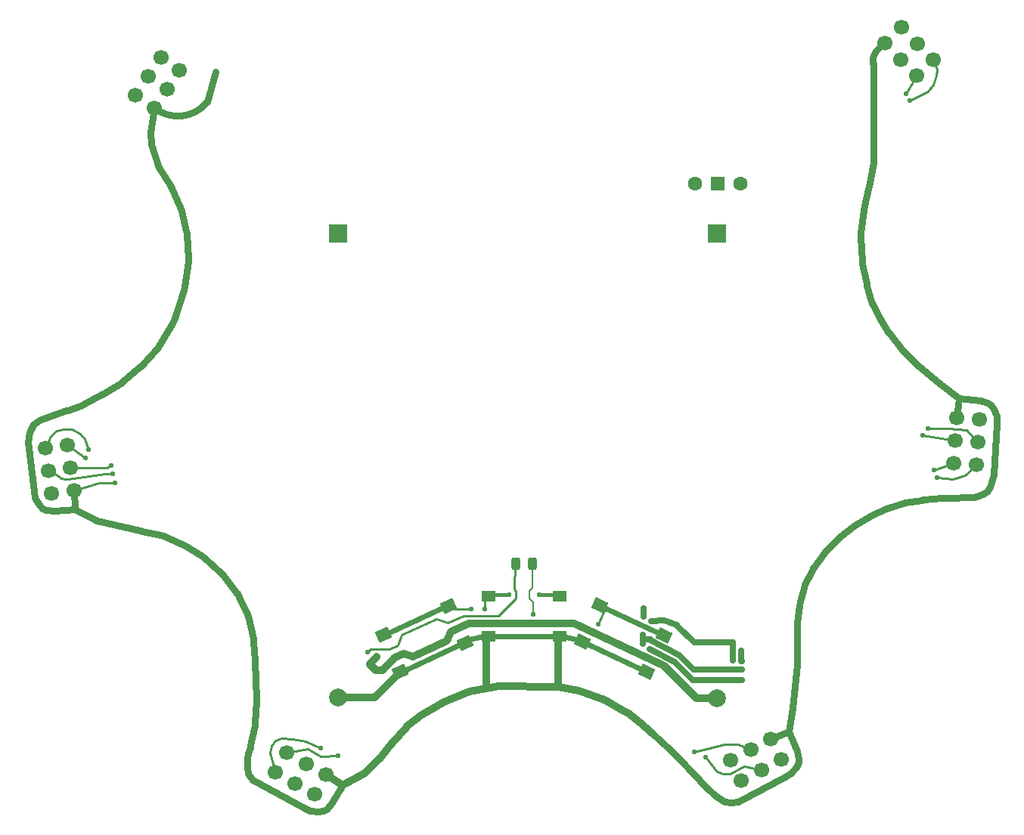
<source format=gbr>
%TF.GenerationSoftware,KiCad,Pcbnew,8.0.6*%
%TF.CreationDate,2024-10-30T16:41:27+09:00*%
%TF.ProjectId,badge24,62616467-6532-4342-9e6b-696361645f70,A*%
%TF.SameCoordinates,Original*%
%TF.FileFunction,Copper,L1,Top*%
%TF.FilePolarity,Positive*%
%FSLAX46Y46*%
G04 Gerber Fmt 4.6, Leading zero omitted, Abs format (unit mm)*
G04 Created by KiCad (PCBNEW 8.0.6) date 2024-10-30 16:41:27*
%MOMM*%
%LPD*%
G01*
G04 APERTURE LIST*
G04 Aperture macros list*
%AMRoundRect*
0 Rectangle with rounded corners*
0 $1 Rounding radius*
0 $2 $3 $4 $5 $6 $7 $8 $9 X,Y pos of 4 corners*
0 Add a 4 corners polygon primitive as box body*
4,1,4,$2,$3,$4,$5,$6,$7,$8,$9,$2,$3,0*
0 Add four circle primitives for the rounded corners*
1,1,$1+$1,$2,$3*
1,1,$1+$1,$4,$5*
1,1,$1+$1,$6,$7*
1,1,$1+$1,$8,$9*
0 Add four rect primitives between the rounded corners*
20,1,$1+$1,$2,$3,$4,$5,0*
20,1,$1+$1,$4,$5,$6,$7,0*
20,1,$1+$1,$6,$7,$8,$9,0*
20,1,$1+$1,$8,$9,$2,$3,0*%
%AMHorizOval*
0 Thick line with rounded ends*
0 $1 width*
0 $2 $3 position (X,Y) of the first rounded end (center of the circle)*
0 $4 $5 position (X,Y) of the second rounded end (center of the circle)*
0 Add line between two ends*
20,1,$1,$2,$3,$4,$5,0*
0 Add two circle primitives to create the rounded ends*
1,1,$1,$2,$3*
1,1,$1,$4,$5*%
%AMRotRect*
0 Rectangle, with rotation*
0 The origin of the aperture is its center*
0 $1 length*
0 $2 width*
0 $3 Rotation angle, in degrees counterclockwise*
0 Add horizontal line*
21,1,$1,$2,0,0,$3*%
G04 Aperture macros list end*
%TA.AperFunction,ComponentPad*%
%ADD10HorizOval,1.700000X0.000000X0.000000X0.000000X0.000000X0*%
%TD*%
%TA.AperFunction,ComponentPad*%
%ADD11HorizOval,1.700000X0.000000X0.000000X0.000000X0.000000X0*%
%TD*%
%TA.AperFunction,SMDPad,CuDef*%
%ADD12RotRect,1.550000X1.300000X335.000000*%
%TD*%
%TA.AperFunction,ComponentPad*%
%ADD13HorizOval,1.700000X0.000000X0.000000X0.000000X0.000000X0*%
%TD*%
%TA.AperFunction,ComponentPad*%
%ADD14HorizOval,1.700000X0.000000X0.000000X0.000000X0.000000X0*%
%TD*%
%TA.AperFunction,ComponentPad*%
%ADD15HorizOval,1.700000X0.000000X0.000000X0.000000X0.000000X0*%
%TD*%
%TA.AperFunction,SMDPad,CuDef*%
%ADD16RoundRect,0.243750X-0.243750X-0.456250X0.243750X-0.456250X0.243750X0.456250X-0.243750X0.456250X0*%
%TD*%
%TA.AperFunction,SMDPad,CuDef*%
%ADD17R,1.550000X1.300000*%
%TD*%
%TA.AperFunction,SMDPad,CuDef*%
%ADD18RotRect,1.550000X1.300000X204.000000*%
%TD*%
%TA.AperFunction,ComponentPad*%
%ADD19HorizOval,1.700000X0.000000X0.000000X0.000000X0.000000X0*%
%TD*%
%TA.AperFunction,ComponentPad*%
%ADD20R,2.000000X2.000000*%
%TD*%
%TA.AperFunction,ComponentPad*%
%ADD21C,2.000000*%
%TD*%
%TA.AperFunction,ComponentPad*%
%ADD22R,1.500000X1.500000*%
%TD*%
%TA.AperFunction,ComponentPad*%
%ADD23C,1.600000*%
%TD*%
%TA.AperFunction,ViaPad*%
%ADD24C,0.584200*%
%TD*%
%TA.AperFunction,Conductor*%
%ADD25C,0.203200*%
%TD*%
%TA.AperFunction,Conductor*%
%ADD26C,0.838200*%
%TD*%
%TA.AperFunction,Conductor*%
%ADD27C,0.762000*%
%TD*%
%TA.AperFunction,Conductor*%
%ADD28C,0.558800*%
%TD*%
%TA.AperFunction,Conductor*%
%ADD29C,0.787400*%
%TD*%
%TA.AperFunction,Conductor*%
%ADD30C,0.228600*%
%TD*%
%TA.AperFunction,Conductor*%
%ADD31C,0.812800*%
%TD*%
%TA.AperFunction,Conductor*%
%ADD32C,0.406400*%
%TD*%
%TA.AperFunction,Conductor*%
%ADD33C,0.660000*%
%TD*%
%TA.AperFunction,Conductor*%
%ADD34C,0.660400*%
%TD*%
G04 APERTURE END LIST*
D10*
%TO.P,J1,1*%
%TO.N,/S1P1*%
X109274590Y-58598420D03*
%TO.P,J1,2*%
%TO.N,/S1P2*%
X111380345Y-60018770D03*
%TO.P,J1,3*%
%TO.N,/SDA0*%
X107854240Y-60704175D03*
%TO.P,J1,4*%
%TO.N,/SCL0*%
X109959996Y-62124525D03*
%TO.P,J1,5*%
%TO.N,VDD*%
X106433890Y-62809931D03*
%TO.P,J1,6*%
%TO.N,GND*%
X108539645Y-64230281D03*
%TD*%
D11*
%TO.P,J6,1*%
%TO.N,/S6P1*%
X195730960Y-58872730D03*
%TO.P,J6,2*%
%TO.N,/S6P2*%
X193903837Y-60637162D03*
%TO.P,J6,3*%
%TO.N,/SDA1*%
X193966528Y-57045607D03*
%TO.P,J6,4*%
%TO.N,/SCL1*%
X192139405Y-58810040D03*
%TO.P,J6,5*%
%TO.N,VDD*%
X192202095Y-55218484D03*
%TO.P,J6,6*%
%TO.N,GND*%
X190374972Y-56982916D03*
%TD*%
D12*
%TO.P,SW33,1,1*%
%TO.N,/SW3*%
X158388736Y-119961507D03*
X165602947Y-123325549D03*
%TO.P,SW33,2,2*%
%TO.N,GND*%
X156486953Y-124039891D03*
X163701164Y-127403933D03*
%TD*%
D13*
%TO.P,J5,1*%
%TO.N,/S5P1*%
X200587220Y-104218790D03*
%TO.P,J5,2*%
%TO.N,/S252*%
X198053407Y-104041609D03*
%TO.P,J5,3*%
%TO.N,/SDA1*%
X200764401Y-101684977D03*
%TO.P,J5,4*%
%TO.N,/SCL1*%
X198230589Y-101507797D03*
%TO.P,J5,5*%
%TO.N,VDD*%
X200941583Y-99151165D03*
%TO.P,J5,6*%
%TO.N,GND*%
X198407770Y-98973983D03*
%TD*%
D14*
%TO.P,J2,1*%
%TO.N,/S2P1*%
X96324750Y-102384890D03*
%TO.P,J2,2*%
%TO.N,/S2P2*%
X98840031Y-102031390D03*
%TO.P,J2,3*%
%TO.N,/SDA0*%
X96678250Y-104900171D03*
%TO.P,J2,4*%
%TO.N,/SCL0*%
X99193530Y-104546670D03*
%TO.P,J2,5*%
%TO.N,VDD*%
X97031749Y-107415452D03*
%TO.P,J2,6*%
%TO.N,GND*%
X99547030Y-107061952D03*
%TD*%
D15*
%TO.P,J4,1*%
%TO.N,/S4P1*%
X174293270Y-139601920D03*
%TO.P,J4,2*%
%TO.N,/S4P2*%
X173100812Y-137359233D03*
%TO.P,J4,3*%
%TO.N,/SDA1*%
X176535957Y-138409462D03*
%TO.P,J4,4*%
%TO.N,/SCL1*%
X175343498Y-136166776D03*
%TO.P,J4,5*%
%TO.N,VDD*%
X178778644Y-137217004D03*
%TO.P,J4,6*%
%TO.N,GND*%
X177586186Y-134974318D03*
%TD*%
D16*
%TO.P,LD1,1,K*%
%TO.N,Net-(LD1-K)*%
X149004540Y-115288750D03*
%TO.P,LD1,2,A*%
%TO.N,VDD*%
X150879540Y-115288750D03*
%TD*%
D17*
%TO.P,SW22,1,1*%
%TO.N,GND*%
X153922049Y-123482370D03*
X145962050Y-123482370D03*
%TO.P,SW22,2,2*%
%TO.N,/SW2*%
X153922050Y-118982370D03*
X145962051Y-118982370D03*
%TD*%
D18*
%TO.P,SW11,1,1*%
%TO.N,GND*%
X143314017Y-124170186D03*
X136042197Y-127407809D03*
%TO.P,SW11,2,2*%
%TO.N,/SW1*%
X141483703Y-120059231D03*
X134211883Y-123296854D03*
%TD*%
D19*
%TO.P,J3,1*%
%TO.N,/S3P1*%
X122098130Y-138717100D03*
%TO.P,J3,2*%
%TO.N,/S3P2*%
X123329546Y-136495566D03*
%TO.P,J3,3*%
%TO.N,/SDA0*%
X124319664Y-139948516D03*
%TO.P,J3,4*%
%TO.N,/SCL0*%
X125551080Y-137726982D03*
%TO.P,J3,5*%
%TO.N,VDD*%
X126541198Y-141179933D03*
%TO.P,J3,6*%
%TO.N,GND*%
X127772615Y-138958399D03*
%TD*%
D20*
%TO.P,BT1,1,+*%
%TO.N,Net-(BT1-+)*%
X129086250Y-78343570D03*
D21*
%TO.P,BT1,2,-*%
%TO.N,GND*%
X129086250Y-130333570D03*
%TD*%
D20*
%TO.P,BT2,1,+*%
%TO.N,Net-(BT2-+)*%
X171534600Y-78358710D03*
D21*
%TO.P,BT2,2,-*%
%TO.N,Net-(BT1-+)*%
X171534600Y-130348710D03*
%TD*%
D22*
%TO.P,S1,1,C*%
%TO.N,Net-(M1-VBUS)*%
X171608250Y-72769170D03*
D23*
%TO.P,S1,2,A*%
%TO.N,Net-(BT2-+)*%
X169068250Y-72769170D03*
%TO.P,S1,3,B*%
%TO.N,Net-(J99-Pin_1)*%
X174148250Y-72769170D03*
%TD*%
D24*
%TO.N,VDD*%
X151009250Y-120954370D03*
%TO.N,GND*%
X189032650Y-61262970D03*
X115423450Y-60221570D03*
X151136250Y-123443570D03*
X158171650Y-124813770D03*
X189032650Y-60247800D03*
X148595850Y-123442170D03*
X189032650Y-62278970D03*
X114483650Y-63599770D03*
X104186250Y-106218570D03*
X189032650Y-63294970D03*
X114839250Y-62482170D03*
X115144050Y-61415370D03*
%TO.N,/SCL0*%
X103711250Y-104318570D03*
%TO.N,/SDA0*%
X103911250Y-105243570D03*
%TO.N,/S2P1*%
X101148650Y-102512570D03*
%TO.N,/S2P2*%
X100869250Y-103503170D03*
%TO.N,/S3P2*%
X129114050Y-136827970D03*
%TO.N,/S3P1*%
X127209050Y-136015170D03*
%TO.N,/SCL1*%
X168966650Y-136421570D03*
X194569811Y-100937797D03*
%TO.N,/SDA1*%
X195154011Y-100150397D03*
X170262050Y-136954970D03*
%TO.N,/S252*%
X195814450Y-104849370D03*
%TO.N,/S5P1*%
X196220850Y-105687570D03*
%TO.N,/S6P2*%
X192690250Y-62659970D03*
%TO.N,/S6P1*%
X193172850Y-63396570D03*
%TO.N,/SW1*%
X143998450Y-120368770D03*
%TO.N,/SW2*%
X148291050Y-118804560D03*
X145547850Y-120368770D03*
X151643850Y-118804560D03*
%TO.N,/SW3*%
X158273250Y-122095970D03*
%TO.N,Net-(BT1-+)*%
X133457450Y-125753570D03*
X133482850Y-127252170D03*
X132670050Y-126540970D03*
%TO.N,Net-(M1-VBUS)*%
X174336250Y-128343570D03*
X164089850Y-124940770D03*
%TO.N,Net-(M1-VSYS)*%
X164064450Y-123797770D03*
X163251650Y-123264370D03*
X174286250Y-125093570D03*
X174300650Y-127193570D03*
X174300650Y-126210770D03*
X163251650Y-124280370D03*
%TO.N,Net-(JP1-B)*%
X164115250Y-121714970D03*
X173336250Y-126125570D03*
X173336250Y-125109570D03*
X173336250Y-124093570D03*
X163327850Y-121283170D03*
X163327850Y-120317970D03*
%TO.N,Net-(LD1-K)*%
X132466850Y-125194770D03*
%TD*%
D25*
%TO.N,VDD*%
X150561250Y-118368570D02*
X150879540Y-118050280D01*
X150561250Y-119193570D02*
X150561250Y-118368570D01*
X150879540Y-118050280D02*
X150879540Y-115288750D01*
X151009250Y-119641570D02*
X150561250Y-119193570D01*
X151009250Y-120954370D02*
X151009250Y-119641570D01*
D26*
%TO.N,GND*%
X140580200Y-131046920D02*
X140967400Y-130817820D01*
D27*
X179865750Y-138779980D02*
X180442760Y-138091710D01*
D26*
X146664100Y-129100020D02*
X147112800Y-129072720D01*
D27*
X188092850Y-75207570D02*
X188321450Y-74064570D01*
X111887500Y-84675220D02*
X111968600Y-84262820D01*
X108133650Y-66952570D02*
X108235250Y-68324170D01*
X188753250Y-72261170D02*
X189032650Y-70330770D01*
X119800800Y-133342820D02*
X119820300Y-133137920D01*
X190890900Y-89600020D02*
X192310300Y-91342520D01*
X100473200Y-97511620D02*
X100792600Y-97378520D01*
X127818650Y-142796970D02*
X128428250Y-142111170D01*
X180494000Y-124264820D02*
X180518400Y-126672620D01*
X119895800Y-128311420D02*
X119895900Y-128324820D01*
D26*
X156596300Y-129667120D02*
X158684100Y-130466520D01*
D27*
X182355800Y-115739220D02*
X182376500Y-115711220D01*
X111469700Y-112993520D02*
X111814600Y-113159020D01*
X95055420Y-107162470D02*
X95206550Y-107978330D01*
X190705900Y-89322320D02*
X190890900Y-89600020D01*
X182315900Y-115796120D02*
X182329000Y-115776820D01*
X119560820Y-139492810D02*
X125278650Y-142695370D01*
X202212430Y-97569460D02*
X202519190Y-97986910D01*
X187129600Y-110889520D02*
X188556200Y-110025320D01*
D26*
X135022400Y-135571620D02*
X135180100Y-135373320D01*
D27*
X180442760Y-138091710D02*
X180659150Y-137621010D01*
X106899500Y-93321220D02*
X107121000Y-93116220D01*
X118961200Y-137084620D02*
X119050000Y-136591620D01*
D28*
X143135900Y-123980650D02*
X145738830Y-123380750D01*
D27*
X118928650Y-138072570D02*
X119055650Y-138834570D01*
X182331300Y-115773620D02*
X182355800Y-115739220D01*
X188556200Y-110025320D02*
X188827000Y-109874620D01*
X119820300Y-133137920D02*
X119946900Y-130701220D01*
X168730700Y-138666820D02*
X169564700Y-139526320D01*
D26*
X138359650Y-132357570D02*
X140580200Y-131046920D01*
D27*
X98700500Y-98168420D02*
X98868500Y-98107420D01*
X126033670Y-143039520D02*
X126929650Y-143101770D01*
X95001850Y-99743970D02*
X95713600Y-99192820D01*
X187804200Y-81741320D02*
X188268400Y-83922920D01*
D29*
X166273400Y-136134020D02*
X167619900Y-137531420D01*
D26*
X147112800Y-129072720D02*
X153305700Y-129079620D01*
D27*
X105114300Y-94863820D02*
X106899500Y-93321220D01*
X179976470Y-131473710D02*
X180518600Y-126702620D01*
X188268400Y-83922920D02*
X188332500Y-84149220D01*
X198407770Y-98974010D02*
X198654220Y-96790430D01*
X182175600Y-116045920D02*
X182315900Y-115796120D01*
X180493900Y-124251320D02*
X180493900Y-124217120D01*
X112184600Y-78203020D02*
X112185900Y-78210920D01*
X119780500Y-133451320D02*
X119798100Y-133359120D01*
X187621000Y-78233720D02*
X187999900Y-75669320D01*
X188842700Y-85911820D02*
X189003000Y-86291220D01*
X111583300Y-75749320D02*
X112150200Y-78043420D01*
X107121000Y-93116220D02*
X108901500Y-91155920D01*
X189835500Y-87884020D02*
X189917600Y-88024720D01*
X110871700Y-87778820D02*
X111887500Y-84675220D01*
X196949600Y-107960620D02*
X200362800Y-107828320D01*
D26*
X158854100Y-130539020D02*
X159075800Y-130668020D01*
D27*
X201971700Y-106972620D02*
X202066800Y-106748920D01*
D28*
X145738830Y-123431550D02*
X153738830Y-123431560D01*
D27*
X188332500Y-84149220D02*
X188842700Y-85911820D01*
D26*
X136864900Y-133560220D02*
X138359650Y-132357570D01*
D27*
X117829200Y-118612920D02*
X117833700Y-118619020D01*
X108901500Y-91155920D02*
X109183300Y-90792420D01*
X110691100Y-88212820D02*
X110871700Y-87778820D01*
X117833700Y-118619020D02*
X118052200Y-119000920D01*
X183667800Y-114000220D02*
X185156000Y-112467820D01*
D26*
X158797300Y-130512520D02*
X158822500Y-130524020D01*
D27*
X198654220Y-96790430D02*
X200988060Y-97047380D01*
X180533600Y-121888220D02*
X180755500Y-119952120D01*
X202494650Y-105306570D02*
X202848610Y-99655010D01*
X181407400Y-117630520D02*
X182175600Y-116045920D01*
X180755500Y-119952120D02*
X180838600Y-119583020D01*
X128428250Y-142111170D02*
X129647450Y-140104570D01*
X192468900Y-91521220D02*
X194000200Y-93029820D01*
X180524900Y-122183520D02*
X180533600Y-121888220D01*
X201815600Y-107179620D02*
X201971700Y-106972620D01*
D26*
X133853800Y-137050920D02*
X135022400Y-135571620D01*
D27*
X108133650Y-66952570D02*
X108539650Y-64230270D01*
X118052200Y-119000920D02*
X118958800Y-121022420D01*
X200988060Y-97047380D02*
X201867230Y-97310020D01*
X189003000Y-86291220D02*
X189835500Y-87884020D01*
X189917600Y-88024720D02*
X190705900Y-89322320D01*
X119267900Y-135861420D02*
X119318800Y-135638720D01*
X100792600Y-97378520D02*
X102641000Y-96379820D01*
X95713600Y-99192820D02*
X97254600Y-98619120D01*
X201867230Y-97310020D02*
X202212430Y-97569460D01*
D26*
X158822500Y-130524020D02*
X158845000Y-130534620D01*
D27*
X202841430Y-98825250D02*
X202848610Y-99655010D01*
X190763900Y-109036120D02*
X192339300Y-108579220D01*
X185156000Y-112467820D02*
X185347800Y-112297520D01*
X192654400Y-108493420D02*
X194469200Y-108171020D01*
D26*
X166257300Y-136117620D02*
X166273400Y-136134020D01*
D27*
X95206550Y-107978330D02*
X95669480Y-108747990D01*
X190491700Y-109131620D02*
X190763900Y-109036120D01*
X109076500Y-70912520D02*
X109171400Y-71048520D01*
X112330700Y-81477620D02*
X112355100Y-81074120D01*
D26*
X143416000Y-129763720D02*
X143855500Y-129639520D01*
D28*
X153865830Y-123355360D02*
X156570460Y-123955230D01*
D26*
X153738830Y-129079620D02*
X153738830Y-123685560D01*
X153774900Y-129107120D02*
X156059100Y-129554420D01*
D27*
X196749000Y-107965620D02*
X196949600Y-107960620D01*
D29*
X164267650Y-134262570D02*
X166257300Y-136117620D01*
D27*
X180838600Y-119583020D02*
X181279500Y-117991720D01*
X180494000Y-124264820D02*
X180494000Y-124262720D01*
X187612600Y-78676320D02*
X187621000Y-78233720D01*
X107188700Y-111646320D02*
X109247500Y-112118720D01*
D26*
X129086250Y-130333570D02*
X133218250Y-130333570D01*
D27*
X114144100Y-114663820D02*
X115987900Y-116295820D01*
D30*
X99547030Y-107061952D02*
X102367850Y-106220972D01*
D27*
X189032650Y-70330770D02*
X189032650Y-59281770D01*
X173157650Y-142085770D02*
X173919650Y-141958770D01*
X118928650Y-138072570D02*
X118928700Y-137584420D01*
X112193400Y-78260420D02*
X112194700Y-78270520D01*
X200362800Y-107828320D02*
X200853000Y-107698820D01*
X187999900Y-75669320D02*
X188092850Y-75207570D01*
X194666500Y-108143420D02*
X196749000Y-107965620D01*
X118958800Y-121022420D02*
X119119000Y-121469020D01*
X119798100Y-133359120D02*
X119800800Y-133343220D01*
D30*
X102367850Y-106220972D02*
X104171250Y-106220972D01*
D27*
X119055650Y-138834570D02*
X119560820Y-139492810D01*
X94392250Y-101674370D02*
X95055420Y-107162470D01*
X170442900Y-140468720D02*
X171379650Y-141323770D01*
D26*
X158684100Y-130466520D02*
X158786300Y-130507720D01*
D27*
X194469200Y-108171020D02*
X194666500Y-108143420D01*
D26*
X161600650Y-132103570D02*
X162870650Y-133119570D01*
D27*
X94392250Y-101674370D02*
X94570050Y-100556770D01*
X94570050Y-100556770D02*
X95001850Y-99743970D01*
D26*
X140967400Y-130817820D02*
X143416000Y-129763720D01*
D27*
X110337500Y-72902820D02*
X110515400Y-73215720D01*
X119119000Y-121469020D02*
X119604000Y-123727820D01*
X97254600Y-98619120D02*
X97303500Y-98602320D01*
X102078740Y-110461710D02*
X106901800Y-111605220D01*
X194000200Y-93029820D02*
X196504910Y-95186260D01*
X125278650Y-142695370D02*
X126033670Y-143039520D01*
X109183300Y-90792420D02*
X110691100Y-88212820D01*
X126929650Y-143101770D02*
X127437650Y-143000170D01*
X169613800Y-139576320D02*
X170351100Y-140363020D01*
X99683530Y-109255160D02*
X102078740Y-110461710D01*
X109564300Y-112223720D02*
X111469700Y-112993520D01*
X127437650Y-143000170D02*
X127818650Y-142796970D01*
D26*
X136737600Y-133685320D02*
X136864900Y-133560220D01*
D27*
X119895900Y-128324820D02*
X119944900Y-130489420D01*
X187766300Y-81408920D02*
X187804200Y-81741320D01*
D26*
X160965650Y-131722570D02*
X161600650Y-132103570D01*
D27*
X97303500Y-98602320D02*
X98700500Y-98168420D01*
X177586160Y-134974330D02*
X179615460Y-134131250D01*
X102641000Y-96379820D02*
X102733800Y-96328720D01*
X180493900Y-124251320D02*
X180494000Y-124262720D01*
X201303600Y-107523520D02*
X201617700Y-107346320D01*
X112208100Y-78430220D02*
X112355100Y-81074120D01*
X106901800Y-111605220D02*
X107188700Y-111646320D01*
X202066800Y-106748920D02*
X202494650Y-105306570D01*
X113824000Y-114408520D02*
X114144100Y-114663820D01*
X179143530Y-139188530D02*
X179865750Y-138779980D01*
X192339300Y-108579220D02*
X192654400Y-108493420D01*
X110515400Y-73215720D02*
X111467500Y-75380720D01*
X180522200Y-136297050D02*
X180718710Y-137193330D01*
X183470500Y-114226120D02*
X183667800Y-114000220D01*
D29*
X167619900Y-137531420D02*
X167628600Y-137540720D01*
D27*
X192310300Y-91342520D02*
X192468900Y-91521220D01*
X119050000Y-136591620D02*
X119267900Y-135861420D01*
D26*
X143855500Y-129639520D02*
X146664100Y-129100020D01*
D27*
X119832500Y-126184320D02*
X119845000Y-126356020D01*
D28*
X156443460Y-124006030D02*
X163693920Y-127386980D01*
D31*
X162870650Y-133119570D02*
X164267650Y-134262570D01*
D27*
X112194700Y-78270520D02*
X112208100Y-78430220D01*
X117820700Y-118601720D02*
X117829200Y-118612920D01*
D26*
X127772600Y-138958390D02*
X129647450Y-140104570D01*
D27*
X173919650Y-141958770D02*
X179143530Y-139188530D01*
X111814600Y-113159020D02*
X113824000Y-114408520D01*
X180659150Y-137621010D02*
X180718710Y-137193330D01*
X200853000Y-107698820D02*
X201303600Y-107523520D01*
D26*
X158845000Y-130534620D02*
X158854100Y-130539020D01*
D27*
X167628600Y-137540720D02*
X168717300Y-138653420D01*
X179615460Y-134131250D02*
X179976470Y-131473710D01*
D26*
X133218250Y-130333570D02*
X135885440Y-127666380D01*
D27*
X188321450Y-74064570D02*
X188753250Y-72261170D01*
X182376500Y-115711220D02*
X183470500Y-114226120D01*
D26*
X159075800Y-130668020D02*
X160965650Y-131722570D01*
D27*
X109247500Y-112118720D02*
X109564300Y-112223720D01*
X196504910Y-95186260D02*
X198654220Y-96790430D01*
X119604000Y-123727820D02*
X119641800Y-124057320D01*
X115987900Y-116295820D02*
X116268900Y-116584120D01*
X102733800Y-96328720D02*
X104791200Y-95109120D01*
X170351100Y-140363020D02*
X170442900Y-140468720D01*
X168717300Y-138653420D02*
X168730700Y-138666820D01*
X118928700Y-137584420D02*
X118961200Y-137084620D01*
D26*
X135180100Y-135373320D02*
X136737600Y-133685320D01*
D27*
X119944900Y-130489420D02*
X119946900Y-130701220D01*
D26*
X153305700Y-129079620D02*
X153738830Y-129079620D01*
D27*
X95669480Y-108747990D02*
X96044090Y-109105840D01*
D26*
X145738830Y-129250770D02*
X145738830Y-123685550D01*
D27*
X119641800Y-124057320D02*
X119832500Y-126184320D01*
X119800800Y-133343220D02*
X119800800Y-133342820D01*
D26*
X156059100Y-129554420D02*
X156596300Y-129667120D01*
D27*
X116268900Y-116584120D02*
X117820700Y-118601720D01*
X171379650Y-141323770D02*
X172395650Y-141958770D01*
D26*
X129647450Y-140104570D02*
X132009650Y-138834570D01*
D27*
X182329000Y-115776820D02*
X182331300Y-115773620D01*
D26*
X158786300Y-130507720D02*
X158797300Y-130512520D01*
D27*
X202519190Y-97986910D02*
X202841430Y-98825250D01*
X119845000Y-126356020D02*
X119895800Y-128311420D01*
X112185900Y-78210920D02*
X112189800Y-78235720D01*
X185347800Y-112297520D02*
X186849800Y-111075620D01*
X180493900Y-124217120D02*
X180524900Y-122183520D01*
X187612600Y-78676320D02*
X187766300Y-81408920D01*
X97340480Y-109407380D02*
X99683530Y-109255160D01*
X114483650Y-63599770D02*
X115423450Y-60221570D01*
X186849800Y-111075620D02*
X187129600Y-110889520D01*
X201617700Y-107346320D02*
X201815600Y-107179620D01*
X112189800Y-78235720D02*
X112193400Y-78260420D01*
D26*
X132009650Y-138834570D02*
X133853800Y-137050920D01*
D28*
X135885440Y-127564780D02*
X143135900Y-124183850D01*
D27*
X98868500Y-98107420D02*
X100473200Y-97511620D01*
X169564700Y-139526320D02*
X169613800Y-139576320D01*
X181279500Y-117991720D02*
X181407400Y-117630520D01*
X96044090Y-109105840D02*
X96429070Y-109301380D01*
X188827000Y-109874620D02*
X190491700Y-109131620D01*
X108235250Y-68324170D02*
X109076500Y-70912520D01*
X104791200Y-95109120D02*
X105114300Y-94863820D01*
X179615460Y-134131250D02*
X180522200Y-136297050D01*
X180518400Y-126672620D02*
X180518600Y-126702620D01*
X112150200Y-78043420D02*
X112184600Y-78203020D01*
X109171400Y-71048520D02*
X110337500Y-72902820D01*
X96429070Y-109301380D02*
X97340480Y-109407380D01*
X99547030Y-107061950D02*
X99683530Y-109255160D01*
X172395650Y-141958770D02*
X173157650Y-142085770D01*
X111968600Y-84262820D02*
X112330700Y-81477620D01*
X119318800Y-135638720D02*
X119780500Y-133451320D01*
X111467500Y-75380720D02*
X111583300Y-75749320D01*
X114483652Y-63599764D02*
G75*
G02*
X108539658Y-64230270I-3287252J2656764D01*
G01*
X189032650Y-59281765D02*
G75*
G02*
X190556654Y-57173563I1816150J292065D01*
G01*
D30*
%TO.N,/SCL0*%
X99193531Y-104546671D02*
X103206051Y-104544571D01*
X103206051Y-104544571D02*
X103714051Y-104290571D01*
%TO.N,/SDA0*%
X97770451Y-105535171D02*
X98176851Y-105763771D01*
X98938851Y-105865371D02*
X103087141Y-105260411D01*
X103087141Y-105260411D02*
X103887211Y-105260411D01*
X96932251Y-104900171D02*
X97770451Y-105535171D01*
X96678251Y-104900171D02*
X96932251Y-104900171D01*
X98557851Y-105865371D02*
X98938851Y-105865371D01*
X98176851Y-105763771D02*
X98557851Y-105865371D01*
%TO.N,/S2P1*%
X100259650Y-100734570D02*
X100742250Y-101369570D01*
X96957650Y-100988570D02*
X97618050Y-100429770D01*
X98380050Y-100277370D02*
X99319850Y-100277370D01*
X97618050Y-100429770D02*
X98380050Y-100277370D01*
X99319850Y-100277370D02*
X100259650Y-100734570D01*
X96324750Y-102384890D02*
X96957650Y-100988570D01*
X100742250Y-101369570D02*
X101148650Y-102512570D01*
%TO.N,/S2P2*%
X98840030Y-102031390D02*
X100869250Y-103503170D01*
%TO.N,/S3P2*%
X123329540Y-136495590D02*
X125761250Y-136040570D01*
X127158250Y-136878770D02*
X129113930Y-136823680D01*
X125761250Y-136040570D02*
X127158250Y-136878770D01*
%TO.N,/S3P1*%
X125456450Y-135176970D02*
X127209050Y-136015170D01*
X121519450Y-136446970D02*
X121671850Y-135735770D01*
X122738650Y-134872170D02*
X124034050Y-134948370D01*
X121519450Y-136446970D02*
X122098130Y-138717100D01*
X124034050Y-134948370D02*
X125456450Y-135176970D01*
X122078250Y-135126170D02*
X122738650Y-134872170D01*
X121671850Y-135735770D02*
X122078250Y-135126170D01*
%TO.N,/SCL1*%
X173894250Y-135557970D02*
X175343510Y-136166800D01*
X168966650Y-136421570D02*
X172370250Y-135583370D01*
X194569811Y-100937797D02*
X198230581Y-101507817D01*
X172370250Y-135583370D02*
X173894250Y-135557970D01*
%TO.N,/SDA1*%
X170262050Y-136954970D02*
X171557450Y-138631370D01*
X172979850Y-138859970D02*
X174580050Y-137996370D01*
X195154011Y-100150397D02*
X197440011Y-100201197D01*
X172217850Y-138859970D02*
X172979850Y-138859970D01*
X174580050Y-137996370D02*
X176535990Y-138409480D01*
X199522811Y-100328197D02*
X200764401Y-101684977D01*
X197440011Y-100201197D02*
X199522811Y-100328197D01*
X171557450Y-138631370D02*
X172217850Y-138859970D01*
%TO.N,/S252*%
X195814450Y-104849370D02*
X198053450Y-104041580D01*
%TO.N,/S5P1*%
X196220850Y-105687570D02*
X197948050Y-105814570D01*
X199294250Y-105433570D02*
X200587220Y-104218790D01*
X197948050Y-105814570D02*
X199294250Y-105433570D01*
%TO.N,/S6P2*%
X192690250Y-62659970D02*
X193903840Y-60637100D01*
%TO.N,/S6P1*%
X195730960Y-58872730D02*
X196170050Y-59967570D01*
X195763650Y-61643970D02*
X196119250Y-60627970D01*
X195179450Y-62431370D02*
X195763650Y-61643970D01*
X196119250Y-60627970D02*
X196170050Y-59967570D01*
X193172850Y-63396570D02*
X195179450Y-62431370D01*
D28*
%TO.N,/SW1*%
X133983650Y-123461010D02*
X141234110Y-120080070D01*
D30*
X141636250Y-119759170D02*
X142221000Y-120353830D01*
X142221000Y-120353830D02*
X143998450Y-120368770D01*
D32*
%TO.N,/SW2*%
X146246880Y-118804560D02*
X148291050Y-118804560D01*
D30*
X145547850Y-120368770D02*
X145547850Y-118997170D01*
D32*
X151643850Y-118804560D02*
X153335060Y-118804550D01*
D28*
%TO.N,/SW3*%
X158370650Y-120003850D02*
X165621110Y-123384790D01*
D30*
X158273250Y-122095970D02*
X159111450Y-120140170D01*
D26*
%TO.N,Net-(BT1-+)*%
X132670050Y-126540970D02*
X133457450Y-125753570D01*
X133381250Y-127252170D02*
X132670050Y-126540970D01*
X135499650Y-125855170D02*
X134102650Y-127252170D01*
X135512090Y-125855170D02*
X135499650Y-125855170D01*
X143780400Y-122008830D02*
X141713320Y-122970420D01*
X165588450Y-126718770D02*
X155553540Y-122034490D01*
X133482850Y-127252170D02*
X133381250Y-127252170D01*
X141713320Y-122970420D02*
X141351650Y-123961270D01*
X169218390Y-130348710D02*
X165588450Y-126718770D01*
X134102650Y-127252170D02*
X133482850Y-127252170D01*
X155553540Y-122034490D02*
X143780400Y-122008830D01*
X171534600Y-130348710D02*
X169218390Y-130348710D01*
X137474340Y-125764950D02*
X136483490Y-125403280D01*
X136483490Y-125403280D02*
X135512090Y-125855170D01*
X141351650Y-123961270D02*
X137474340Y-125764950D01*
D33*
%TO.N,Net-(M1-VBUS)*%
X168864250Y-128343570D02*
X166807650Y-126286970D01*
X174336250Y-128343570D02*
X168864250Y-128343570D01*
X166807650Y-126286970D02*
X164028890Y-124884890D01*
D34*
%TO.N,Net-(M1-VSYS)*%
X163251650Y-124280370D02*
X163251650Y-123264370D01*
X167315650Y-125601170D02*
X168908050Y-127193570D01*
X168908050Y-127193570D02*
X174300650Y-127193570D01*
X163327850Y-123797770D02*
X164064450Y-123797770D01*
X174286250Y-125093570D02*
X174286250Y-126196370D01*
X163912050Y-123797770D02*
X167315650Y-125601170D01*
X174286250Y-126196370D02*
X174300650Y-126210770D01*
D33*
%TO.N,Net-(JP1-B)*%
X169370650Y-124093570D02*
X169353450Y-124110770D01*
X173336250Y-126125570D02*
X173336250Y-125109570D01*
D34*
X168962250Y-124093570D02*
X169336250Y-124093570D01*
X169336250Y-124093570D02*
X169353450Y-124110770D01*
X165609450Y-121641970D02*
X167082650Y-122200770D01*
D33*
X173336250Y-125109570D02*
X173336250Y-124093570D01*
D34*
X164136250Y-121743570D02*
X165609450Y-121641970D01*
D33*
X173336250Y-124093570D02*
X169370650Y-124093570D01*
D34*
X163327850Y-121283170D02*
X163327850Y-120317970D01*
X167089450Y-122220770D02*
X168962250Y-124093570D01*
D30*
%TO.N,Net-(LD1-K)*%
X143155280Y-121132670D02*
X147049870Y-121175470D01*
X135778570Y-124493410D02*
X136233870Y-123276090D01*
X140157910Y-121488350D02*
X141375220Y-121943640D01*
X136233870Y-123276090D02*
X140157910Y-121488350D01*
X132466850Y-125194770D02*
X132771650Y-124889970D01*
X149038410Y-119230150D02*
X149062040Y-118403070D01*
X134908120Y-124889970D02*
X135778570Y-124493410D01*
X132771650Y-124889970D02*
X134908120Y-124889970D01*
X148861300Y-118190510D02*
X148944160Y-115289990D01*
X148861300Y-118190510D02*
X149062040Y-118403070D01*
X141375220Y-121943640D02*
X143155280Y-121132670D01*
X147049870Y-121175470D02*
X149038410Y-119230150D01*
%TD*%
M02*

</source>
